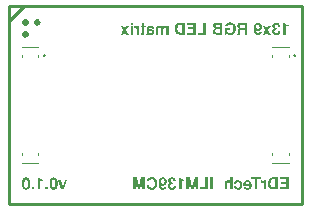
<source format=gbo>
G04 #@! TF.GenerationSoftware,KiCad,Pcbnew,9.0.1-9.0.1-0~ubuntu24.04.1*
G04 #@! TF.CreationDate,2025-05-10T10:51:42+02:00*
G04 #@! TF.ProjectId,ILM139C,494c4d31-3339-4432-9e6b-696361645f70,v0.1.0*
G04 #@! TF.SameCoordinates,Original*
G04 #@! TF.FileFunction,Legend,Bot*
G04 #@! TF.FilePolarity,Positive*
%FSLAX46Y46*%
G04 Gerber Fmt 4.6, Leading zero omitted, Abs format (unit mm)*
G04 Created by KiCad (PCBNEW 9.0.1-9.0.1-0~ubuntu24.04.1) date 2025-05-10 10:51:42*
%MOMM*%
%LPD*%
G01*
G04 APERTURE LIST*
%ADD10C,0.300000*%
%ADD11C,0.250000*%
%ADD12C,0.200000*%
%ADD13C,0.100000*%
G04 APERTURE END LIST*
D10*
X92150000Y-53000000D02*
G75*
G02*
X91850000Y-53000000I-150000J0D01*
G01*
X91850000Y-53000000D02*
G75*
G02*
X92150000Y-53000000I150000J0D01*
G01*
X93150000Y-53000000D02*
G75*
G02*
X92850000Y-53000000I-150000J0D01*
G01*
X92850000Y-53000000D02*
G75*
G02*
X93150000Y-53000000I150000J0D01*
G01*
D11*
X115400000Y-68400000D02*
X90600000Y-68400000D01*
X90600000Y-51600000D02*
X115400000Y-51600000D01*
X90600000Y-68400000D02*
X90600000Y-51600000D01*
X115400000Y-51600000D02*
X115400000Y-68400000D01*
X90600000Y-52900000D02*
X91900000Y-51600000D01*
D10*
X92150000Y-54000000D02*
G75*
G02*
X91850000Y-54000000I-150000J0D01*
G01*
X91850000Y-54000000D02*
G75*
G02*
X92150000Y-54000000I150000J0D01*
G01*
D12*
G36*
X107652991Y-66095041D02*
G01*
X107862979Y-66095041D01*
X107862979Y-67115000D01*
X107652991Y-67115000D01*
X107652991Y-66095041D01*
G37*
G36*
X107240343Y-66095041D02*
G01*
X107450331Y-66095041D01*
X107450331Y-67115000D01*
X106751735Y-67115000D01*
X106751735Y-66940061D01*
X107240343Y-66940061D01*
X107240343Y-66095041D01*
G37*
G36*
X106420725Y-66320355D02*
G01*
X106237360Y-67115000D01*
X106027311Y-67115000D01*
X105846754Y-66320355D01*
X105846754Y-67115000D01*
X105636766Y-67115000D01*
X105636766Y-66095041D01*
X105953122Y-66095041D01*
X106132335Y-66906538D01*
X106317105Y-66095041D01*
X106630713Y-66095041D01*
X106630713Y-67115000D01*
X106420725Y-67115000D01*
X106420725Y-66320355D01*
G37*
G36*
X105224423Y-66430448D02*
G01*
X105224423Y-67115000D01*
X105028418Y-67115000D01*
X105028418Y-66122458D01*
X105158600Y-66122458D01*
X105168434Y-66152265D01*
X105181593Y-66179375D01*
X105197379Y-66202900D01*
X105216222Y-66223908D01*
X105262857Y-66258233D01*
X105323568Y-66283038D01*
X105401646Y-66297459D01*
X105462377Y-66300266D01*
X105462377Y-66430448D01*
X105224423Y-66430448D01*
G37*
G36*
X104476124Y-66671332D02*
G01*
X104403500Y-66672554D01*
X104361330Y-66681102D01*
X104338412Y-66689415D01*
X104317801Y-66700944D01*
X104284092Y-66732882D01*
X104262026Y-66775121D01*
X104255976Y-66799501D01*
X104253589Y-66825612D01*
X104253558Y-66828991D01*
X104255471Y-66855245D01*
X104261046Y-66879585D01*
X104270046Y-66901804D01*
X104282222Y-66921650D01*
X104315149Y-66953335D01*
X104335405Y-66964701D01*
X104357855Y-66972773D01*
X104400531Y-66978285D01*
X104429705Y-66976336D01*
X104455761Y-66970514D01*
X104476978Y-66961756D01*
X104495513Y-66949768D01*
X104523656Y-66917558D01*
X104541920Y-66872251D01*
X104548909Y-66823435D01*
X104739357Y-66823435D01*
X104737129Y-66864727D01*
X104731123Y-66903657D01*
X104721712Y-66939309D01*
X104708906Y-66972497D01*
X104693137Y-67002578D01*
X104674297Y-67030088D01*
X104652709Y-67054706D01*
X104628303Y-67076609D01*
X104571302Y-67111954D01*
X104503216Y-67135470D01*
X104423821Y-67145894D01*
X104404744Y-67146263D01*
X104360095Y-67144330D01*
X104317955Y-67138617D01*
X104279237Y-67129480D01*
X104243185Y-67116958D01*
X104210602Y-67101539D01*
X104180817Y-67083106D01*
X104154406Y-67062178D01*
X104130923Y-67038558D01*
X104110684Y-67012645D01*
X104093534Y-66984305D01*
X104068959Y-66920813D01*
X104058012Y-66848211D01*
X104057553Y-66828991D01*
X104059524Y-66791020D01*
X104065501Y-66756017D01*
X104074594Y-66726367D01*
X104087220Y-66698938D01*
X104122001Y-66651633D01*
X104172181Y-66610324D01*
X104219914Y-66583405D01*
X104184236Y-66558619D01*
X104154612Y-66532776D01*
X104133550Y-66509073D01*
X104116785Y-66484019D01*
X104104795Y-66458955D01*
X104096369Y-66432253D01*
X104089732Y-66372745D01*
X104091665Y-66337753D01*
X104097380Y-66304763D01*
X104106564Y-66274380D01*
X104119161Y-66246133D01*
X104153872Y-66196709D01*
X104201061Y-66156628D01*
X104260824Y-66126620D01*
X104333379Y-66108108D01*
X104404744Y-66102857D01*
X104447639Y-66104792D01*
X104488242Y-66110519D01*
X104525534Y-66119680D01*
X104560230Y-66132251D01*
X104591283Y-66147639D01*
X104619511Y-66166049D01*
X104644058Y-66186736D01*
X104665600Y-66210092D01*
X104683592Y-66235417D01*
X104698393Y-66263121D01*
X104702904Y-66273644D01*
X104716773Y-66316667D01*
X104724232Y-66363174D01*
X104726717Y-66435516D01*
X104544757Y-66435516D01*
X104541152Y-66379733D01*
X104533071Y-66341416D01*
X104529308Y-66330858D01*
X104507102Y-66297680D01*
X104472750Y-66274017D01*
X104427309Y-66262005D01*
X104408958Y-66261065D01*
X104382800Y-66262999D01*
X104359518Y-66268720D01*
X104340389Y-66277420D01*
X104323974Y-66289246D01*
X104300139Y-66320860D01*
X104287424Y-66364412D01*
X104285737Y-66390881D01*
X104287693Y-66421227D01*
X104293566Y-66448080D01*
X104302254Y-66469361D01*
X104314158Y-66487820D01*
X104345923Y-66515325D01*
X104390916Y-66532992D01*
X104453960Y-66540139D01*
X104459333Y-66540174D01*
X104476124Y-66540174D01*
X104476124Y-66671332D01*
G37*
G36*
X103667873Y-66104787D02*
G01*
X103705408Y-66110479D01*
X103740788Y-66119737D01*
X103774062Y-66132434D01*
X103805036Y-66148394D01*
X103833647Y-66167494D01*
X103883322Y-66214628D01*
X103922092Y-66272962D01*
X103948754Y-66341667D01*
X103957131Y-66379707D01*
X103961928Y-66419828D01*
X103963092Y-66452613D01*
X103961164Y-66496580D01*
X103955481Y-66538286D01*
X103946306Y-66577178D01*
X103933750Y-66613498D01*
X103918221Y-66646588D01*
X103899700Y-66676845D01*
X103878740Y-66703635D01*
X103855165Y-66727371D01*
X103829586Y-66747567D01*
X103801741Y-66764510D01*
X103772149Y-66777900D01*
X103740598Y-66787825D01*
X103707386Y-66794117D01*
X103672478Y-66796693D01*
X103666276Y-66796751D01*
X103603683Y-66789382D01*
X103575059Y-66780433D01*
X103549923Y-66768452D01*
X103537438Y-66760359D01*
X103517110Y-66743652D01*
X103492696Y-66717696D01*
X103475918Y-66698782D01*
X103475889Y-66698749D01*
X103477848Y-66758850D01*
X103483750Y-66811618D01*
X103492203Y-66851939D01*
X103503740Y-66886726D01*
X103516598Y-66913036D01*
X103531926Y-66935056D01*
X103548193Y-66951531D01*
X103566571Y-66964447D01*
X103608478Y-66979496D01*
X103639654Y-66982192D01*
X103665920Y-66980276D01*
X103689481Y-66974680D01*
X103709402Y-66966016D01*
X103726365Y-66954349D01*
X103739734Y-66940422D01*
X103749943Y-66924068D01*
X103756738Y-66905699D01*
X103760063Y-66885316D01*
X103760065Y-66885289D01*
X103949048Y-66885289D01*
X103946232Y-66917651D01*
X103939726Y-66948582D01*
X103915967Y-67006257D01*
X103878559Y-67056888D01*
X103828451Y-67098603D01*
X103767071Y-67129243D01*
X103732758Y-67139743D01*
X103696423Y-67146711D01*
X103645271Y-67150170D01*
X103604123Y-67148224D01*
X103565290Y-67142415D01*
X103530148Y-67133216D01*
X103497258Y-67120519D01*
X103467376Y-67104789D01*
X103439737Y-67085803D01*
X103391619Y-67038493D01*
X103362499Y-66996175D01*
X103330242Y-66926142D01*
X103302765Y-66828600D01*
X103284642Y-66705884D01*
X103279884Y-66597998D01*
X103281845Y-66526578D01*
X103287753Y-66461089D01*
X103289132Y-66452613D01*
X103480041Y-66452613D01*
X103481962Y-66485419D01*
X103487592Y-66515619D01*
X103496464Y-66542317D01*
X103508488Y-66566078D01*
X103522936Y-66586039D01*
X103539992Y-66602840D01*
X103558878Y-66615925D01*
X103579913Y-66625654D01*
X103602632Y-66631783D01*
X103627151Y-66634279D01*
X103631288Y-66634330D01*
X103656277Y-66632398D01*
X103679267Y-66626694D01*
X103699597Y-66617654D01*
X103717808Y-66605295D01*
X103747506Y-66570999D01*
X103767817Y-66523097D01*
X103776694Y-66460402D01*
X103776857Y-66449804D01*
X103774930Y-66413786D01*
X103769260Y-66381009D01*
X103760514Y-66352983D01*
X103748653Y-66328335D01*
X103734709Y-66308330D01*
X103718230Y-66291705D01*
X103700218Y-66279134D01*
X103680105Y-66269969D01*
X103634691Y-66262471D01*
X103634097Y-66262470D01*
X103608052Y-66264400D01*
X103584079Y-66270096D01*
X103562843Y-66279120D01*
X103543783Y-66291446D01*
X103512592Y-66325503D01*
X103490905Y-66372744D01*
X103480541Y-66434189D01*
X103480041Y-66452613D01*
X103289132Y-66452613D01*
X103296604Y-66406673D01*
X103308793Y-66357313D01*
X103322869Y-66316701D01*
X103339778Y-66280411D01*
X103348455Y-66265279D01*
X103370098Y-66232558D01*
X103394087Y-66203407D01*
X103419685Y-66178420D01*
X103447324Y-66156922D01*
X103476520Y-66139158D01*
X103507514Y-66124874D01*
X103574596Y-66106893D01*
X103628480Y-66102857D01*
X103667873Y-66104787D01*
G37*
G36*
X102269818Y-66441317D02*
G01*
X102276107Y-66388139D01*
X102286460Y-66342015D01*
X102298226Y-66308846D01*
X102313578Y-66277784D01*
X102338389Y-66240427D01*
X102390682Y-66184173D01*
X102453708Y-66139170D01*
X102527104Y-66106020D01*
X102610520Y-66085697D01*
X102695411Y-66079410D01*
X102743043Y-66081349D01*
X102788526Y-66087108D01*
X102831014Y-66096393D01*
X102871288Y-66109190D01*
X102908802Y-66125187D01*
X102944022Y-66144446D01*
X102976721Y-66166766D01*
X103007014Y-66192158D01*
X103060311Y-66252110D01*
X103103571Y-66324481D01*
X103135987Y-66409661D01*
X103156316Y-66508023D01*
X103163014Y-66614241D01*
X103161076Y-66672379D01*
X103155325Y-66727694D01*
X103146112Y-66778923D01*
X103133437Y-66827254D01*
X103117817Y-66871523D01*
X103099067Y-66912845D01*
X103077810Y-66950274D01*
X103053721Y-66984714D01*
X103027412Y-67015515D01*
X102998525Y-67043274D01*
X102967515Y-67067638D01*
X102934129Y-67088872D01*
X102860724Y-67121560D01*
X102778160Y-67140934D01*
X102701028Y-67146263D01*
X102651315Y-67144327D01*
X102604030Y-67138591D01*
X102560109Y-67129372D01*
X102518757Y-67116700D01*
X102480805Y-67101014D01*
X102445544Y-67082199D01*
X102413602Y-67060740D01*
X102384471Y-67036440D01*
X102358533Y-67009712D01*
X102335544Y-66980384D01*
X102315672Y-66948670D01*
X102298925Y-66914552D01*
X102275124Y-66839118D01*
X102265604Y-66766282D01*
X102469975Y-66766282D01*
X102475748Y-66801577D01*
X102485036Y-66833786D01*
X102497085Y-66861548D01*
X102512167Y-66886338D01*
X102529568Y-66907417D01*
X102549660Y-66925567D01*
X102597165Y-66952605D01*
X102655498Y-66967424D01*
X102695411Y-66969919D01*
X102728733Y-66967979D01*
X102759995Y-66962217D01*
X102788328Y-66953042D01*
X102814609Y-66940419D01*
X102860466Y-66905472D01*
X102898152Y-66856965D01*
X102927251Y-66793492D01*
X102946299Y-66713262D01*
X102953026Y-66617049D01*
X102951090Y-66564332D01*
X102945353Y-66515316D01*
X102936391Y-66471956D01*
X102924132Y-66432239D01*
X102909467Y-66397888D01*
X102891975Y-66367060D01*
X102872695Y-66340994D01*
X102850978Y-66318333D01*
X102827720Y-66299737D01*
X102802313Y-66284495D01*
X102775184Y-66272818D01*
X102746084Y-66264571D01*
X102688389Y-66258623D01*
X102651627Y-66260585D01*
X102618326Y-66266503D01*
X102590909Y-66275385D01*
X102566226Y-66287630D01*
X102545146Y-66302496D01*
X102526438Y-66320493D01*
X102495652Y-66366509D01*
X102472757Y-66429735D01*
X102469975Y-66441317D01*
X102269818Y-66441317D01*
G37*
G36*
X101912002Y-66320355D02*
G01*
X101728637Y-67115000D01*
X101518588Y-67115000D01*
X101338031Y-66320355D01*
X101338031Y-67115000D01*
X101128043Y-67115000D01*
X101128043Y-66095041D01*
X101444399Y-66095041D01*
X101623612Y-66906538D01*
X101808382Y-66095041D01*
X102121990Y-66095041D01*
X102121990Y-67115000D01*
X101912002Y-67115000D01*
X101912002Y-66320355D01*
G37*
D13*
G36*
X114044660Y-53330448D02*
G01*
X114044660Y-54015000D01*
X113848655Y-54015000D01*
X113848655Y-53022458D01*
X113978837Y-53022458D01*
X113988671Y-53052265D01*
X114001830Y-53079375D01*
X114017616Y-53102900D01*
X114036459Y-53123908D01*
X114083094Y-53158233D01*
X114143805Y-53183038D01*
X114221883Y-53197459D01*
X114282614Y-53200266D01*
X114282614Y-53330448D01*
X114044660Y-53330448D01*
G37*
G36*
X113296361Y-53571332D02*
G01*
X113223737Y-53572554D01*
X113181567Y-53581102D01*
X113158648Y-53589415D01*
X113138037Y-53600944D01*
X113104329Y-53632882D01*
X113082263Y-53675121D01*
X113076213Y-53699501D01*
X113073825Y-53725612D01*
X113073795Y-53728991D01*
X113075708Y-53755245D01*
X113081283Y-53779585D01*
X113090283Y-53801804D01*
X113102459Y-53821650D01*
X113135386Y-53853335D01*
X113155642Y-53864701D01*
X113178092Y-53872773D01*
X113220768Y-53878285D01*
X113249941Y-53876336D01*
X113275998Y-53870514D01*
X113297215Y-53861756D01*
X113315749Y-53849768D01*
X113343893Y-53817558D01*
X113362157Y-53772251D01*
X113369146Y-53723435D01*
X113559594Y-53723435D01*
X113557366Y-53764727D01*
X113551359Y-53803657D01*
X113541949Y-53839309D01*
X113529143Y-53872497D01*
X113513373Y-53902578D01*
X113494534Y-53930088D01*
X113472946Y-53954706D01*
X113448540Y-53976609D01*
X113391539Y-54011954D01*
X113323453Y-54035470D01*
X113244058Y-54045894D01*
X113224981Y-54046263D01*
X113180332Y-54044330D01*
X113138192Y-54038617D01*
X113099474Y-54029480D01*
X113063422Y-54016958D01*
X113030839Y-54001539D01*
X113001054Y-53983106D01*
X112974643Y-53962178D01*
X112951160Y-53938558D01*
X112930921Y-53912645D01*
X112913771Y-53884305D01*
X112889196Y-53820813D01*
X112878249Y-53748211D01*
X112877790Y-53728991D01*
X112879761Y-53691020D01*
X112885738Y-53656017D01*
X112894831Y-53626367D01*
X112907457Y-53598938D01*
X112942238Y-53551633D01*
X112992418Y-53510324D01*
X113040150Y-53483405D01*
X113004473Y-53458619D01*
X112974849Y-53432776D01*
X112953787Y-53409073D01*
X112937022Y-53384019D01*
X112925032Y-53358955D01*
X112916606Y-53332253D01*
X112909969Y-53272745D01*
X112911902Y-53237753D01*
X112917617Y-53204763D01*
X112926800Y-53174380D01*
X112939398Y-53146133D01*
X112974109Y-53096709D01*
X113021298Y-53056628D01*
X113081061Y-53026620D01*
X113153616Y-53008108D01*
X113224981Y-53002857D01*
X113267876Y-53004792D01*
X113308479Y-53010519D01*
X113345771Y-53019680D01*
X113380467Y-53032251D01*
X113411519Y-53047639D01*
X113439748Y-53066049D01*
X113464295Y-53086736D01*
X113485837Y-53110092D01*
X113503828Y-53135417D01*
X113518630Y-53163121D01*
X113523141Y-53173644D01*
X113537009Y-53216667D01*
X113544469Y-53263174D01*
X113546954Y-53335516D01*
X113364993Y-53335516D01*
X113361389Y-53279733D01*
X113353307Y-53241416D01*
X113349545Y-53230858D01*
X113327339Y-53197680D01*
X113292987Y-53174017D01*
X113247546Y-53162005D01*
X113229194Y-53161065D01*
X113203037Y-53162999D01*
X113179755Y-53168720D01*
X113160626Y-53177420D01*
X113144211Y-53189246D01*
X113120376Y-53220860D01*
X113107661Y-53264412D01*
X113105974Y-53290881D01*
X113107930Y-53321227D01*
X113113803Y-53348080D01*
X113122491Y-53369361D01*
X113134394Y-53387820D01*
X113166160Y-53415325D01*
X113211153Y-53432992D01*
X113274197Y-53440139D01*
X113279570Y-53440174D01*
X113296361Y-53440174D01*
X113296361Y-53571332D01*
G37*
G36*
X112325496Y-53635141D02*
G01*
X112079116Y-53260778D01*
X112314322Y-53260778D01*
X112436077Y-53488473D01*
X112559297Y-53260778D01*
X112794503Y-53260778D01*
X112548123Y-53635141D01*
X112800121Y-54015000D01*
X112564915Y-54015000D01*
X112436077Y-53780343D01*
X112308704Y-54015000D01*
X112073498Y-54015000D01*
X112325496Y-53635141D01*
G37*
G36*
X111710441Y-53004787D02*
G01*
X111747975Y-53010479D01*
X111783356Y-53019737D01*
X111816629Y-53032434D01*
X111847604Y-53048394D01*
X111876215Y-53067494D01*
X111925890Y-53114628D01*
X111964660Y-53172962D01*
X111991322Y-53241667D01*
X111999699Y-53279707D01*
X112004495Y-53319828D01*
X112005660Y-53352613D01*
X112003732Y-53396580D01*
X111998049Y-53438286D01*
X111988874Y-53477178D01*
X111976317Y-53513498D01*
X111960789Y-53546588D01*
X111942268Y-53576845D01*
X111921307Y-53603635D01*
X111897733Y-53627371D01*
X111872153Y-53647567D01*
X111844309Y-53664510D01*
X111814717Y-53677900D01*
X111783165Y-53687825D01*
X111749954Y-53694117D01*
X111715046Y-53696693D01*
X111708844Y-53696751D01*
X111646251Y-53689382D01*
X111617627Y-53680433D01*
X111592490Y-53668452D01*
X111580006Y-53660359D01*
X111559678Y-53643652D01*
X111535264Y-53617696D01*
X111518486Y-53598782D01*
X111518456Y-53598749D01*
X111520416Y-53658850D01*
X111526318Y-53711618D01*
X111534770Y-53751939D01*
X111546307Y-53786726D01*
X111559165Y-53813036D01*
X111574493Y-53835056D01*
X111590761Y-53851531D01*
X111609138Y-53864447D01*
X111651046Y-53879496D01*
X111682221Y-53882192D01*
X111708487Y-53880276D01*
X111732049Y-53874680D01*
X111751969Y-53866016D01*
X111768932Y-53854349D01*
X111782301Y-53840422D01*
X111792511Y-53824068D01*
X111799305Y-53805699D01*
X111802631Y-53785316D01*
X111802633Y-53785289D01*
X111991616Y-53785289D01*
X111988800Y-53817651D01*
X111982294Y-53848582D01*
X111958534Y-53906257D01*
X111921127Y-53956888D01*
X111871019Y-53998603D01*
X111809638Y-54029243D01*
X111775326Y-54039743D01*
X111738991Y-54046711D01*
X111687839Y-54050170D01*
X111646690Y-54048224D01*
X111607857Y-54042415D01*
X111572716Y-54033216D01*
X111539826Y-54020519D01*
X111509943Y-54004789D01*
X111482305Y-53985803D01*
X111434186Y-53938493D01*
X111405067Y-53896175D01*
X111372810Y-53826142D01*
X111345333Y-53728600D01*
X111327210Y-53605884D01*
X111322452Y-53497998D01*
X111324412Y-53426578D01*
X111330321Y-53361089D01*
X111331700Y-53352613D01*
X111522609Y-53352613D01*
X111524530Y-53385419D01*
X111530160Y-53415619D01*
X111539031Y-53442317D01*
X111551056Y-53466078D01*
X111565504Y-53486039D01*
X111582560Y-53502840D01*
X111601446Y-53515925D01*
X111622481Y-53525654D01*
X111645200Y-53531783D01*
X111669719Y-53534279D01*
X111673856Y-53534330D01*
X111698845Y-53532398D01*
X111721834Y-53526694D01*
X111742164Y-53517654D01*
X111760376Y-53505295D01*
X111790074Y-53470999D01*
X111810385Y-53423097D01*
X111819262Y-53360402D01*
X111819425Y-53349804D01*
X111817498Y-53313786D01*
X111811828Y-53281009D01*
X111803082Y-53252983D01*
X111791221Y-53228335D01*
X111777277Y-53208330D01*
X111760798Y-53191705D01*
X111742786Y-53179134D01*
X111722673Y-53169969D01*
X111677259Y-53162471D01*
X111676665Y-53162470D01*
X111650619Y-53164400D01*
X111626647Y-53170096D01*
X111605410Y-53179120D01*
X111586350Y-53191446D01*
X111555160Y-53225503D01*
X111533472Y-53272744D01*
X111523108Y-53334189D01*
X111522609Y-53352613D01*
X111331700Y-53352613D01*
X111339171Y-53306673D01*
X111351361Y-53257313D01*
X111365437Y-53216701D01*
X111382346Y-53180411D01*
X111391023Y-53165279D01*
X111412665Y-53132558D01*
X111436654Y-53103407D01*
X111462253Y-53078420D01*
X111489891Y-53056922D01*
X111519088Y-53039158D01*
X111550082Y-53024874D01*
X111617164Y-53006893D01*
X111671047Y-53002857D01*
X111710441Y-53004787D01*
G37*
G36*
X110766311Y-54015000D02*
G01*
X110556323Y-54015000D01*
X110556323Y-53611632D01*
X110315560Y-53611632D01*
X110281749Y-53613613D01*
X110253331Y-53619660D01*
X110233593Y-53627947D01*
X110217387Y-53639276D01*
X110196446Y-53668371D01*
X110186265Y-53710375D01*
X110185318Y-53731678D01*
X110185318Y-53773504D01*
X110186722Y-53840488D01*
X110184219Y-53918971D01*
X110174510Y-53971367D01*
X110155948Y-54015000D01*
X109930512Y-54015000D01*
X109930512Y-53977264D01*
X109949873Y-53963920D01*
X109963410Y-53948100D01*
X109974077Y-53915385D01*
X109975330Y-53893550D01*
X109978929Y-53760913D01*
X109986491Y-53670039D01*
X109992997Y-53637001D01*
X110001979Y-53610489D01*
X110013934Y-53589198D01*
X110029356Y-53571823D01*
X110068527Y-53545681D01*
X110116747Y-53523461D01*
X110081651Y-53507655D01*
X110050550Y-53489182D01*
X110025113Y-53469493D01*
X110003161Y-53447421D01*
X109985307Y-53423879D01*
X109970688Y-53398078D01*
X109951148Y-53339583D01*
X109947389Y-53300528D01*
X110154543Y-53300528D01*
X110156498Y-53332449D01*
X110162365Y-53360709D01*
X110170846Y-53382240D01*
X110182412Y-53400020D01*
X110192340Y-53410010D01*
X110210189Y-53421948D01*
X110231453Y-53430048D01*
X110286583Y-53436437D01*
X110302921Y-53436632D01*
X110556323Y-53436632D01*
X110556323Y-53170041D01*
X110302921Y-53170041D01*
X110252547Y-53172383D01*
X110218218Y-53180962D01*
X110192340Y-53196725D01*
X110169445Y-53225963D01*
X110156727Y-53268330D01*
X110154543Y-53300528D01*
X109947389Y-53300528D01*
X109944556Y-53271097D01*
X109946485Y-53234391D01*
X109952175Y-53199040D01*
X109961497Y-53165347D01*
X109974297Y-53133731D01*
X109990107Y-53105051D01*
X110008987Y-53079059D01*
X110021553Y-53065078D01*
X110042913Y-53045852D01*
X110066678Y-53029787D01*
X110121519Y-53006994D01*
X110190018Y-52995927D01*
X110218962Y-52995041D01*
X110766311Y-52995041D01*
X110766311Y-54015000D01*
G37*
G36*
X108888388Y-53467896D02*
G01*
X109297190Y-53467896D01*
X109297190Y-53642896D01*
X109064793Y-53642896D01*
X109070611Y-53681368D01*
X109080307Y-53713811D01*
X109106824Y-53759950D01*
X109115168Y-53770207D01*
X109160413Y-53813003D01*
X109216503Y-53845077D01*
X109247555Y-53856154D01*
X109279761Y-53863481D01*
X109323751Y-53867110D01*
X109357213Y-53865181D01*
X109389206Y-53859494D01*
X109448473Y-53837345D01*
X109500923Y-53801344D01*
X109545498Y-53751859D01*
X109580629Y-53689295D01*
X109604365Y-53614460D01*
X109611331Y-53572746D01*
X109614667Y-53528758D01*
X109614950Y-53511310D01*
X109613012Y-53461350D01*
X109607263Y-53414709D01*
X109598246Y-53373179D01*
X109585892Y-53334947D01*
X109571007Y-53301532D01*
X109553214Y-53271355D01*
X109533408Y-53245462D01*
X109511042Y-53222756D01*
X109486823Y-53203767D01*
X109460294Y-53187985D01*
X109400936Y-53166471D01*
X109332241Y-53158634D01*
X109329369Y-53158623D01*
X109291982Y-53160569D01*
X109256811Y-53166377D01*
X109225269Y-53175541D01*
X109196019Y-53188178D01*
X109148751Y-53220233D01*
X109126728Y-53242044D01*
X109109163Y-53267426D01*
X109085798Y-53322388D01*
X108888388Y-53322388D01*
X108895137Y-53282181D01*
X108905464Y-53244081D01*
X108919127Y-53208462D01*
X108936084Y-53175084D01*
X108979370Y-53115453D01*
X109034865Y-53065466D01*
X109102404Y-53025772D01*
X109181895Y-52997445D01*
X109273081Y-52981915D01*
X109330773Y-52979410D01*
X109378232Y-52981345D01*
X109423897Y-52987073D01*
X109467466Y-52996427D01*
X109509051Y-53009314D01*
X109548468Y-53025581D01*
X109585702Y-53045141D01*
X109653282Y-53093749D01*
X109711104Y-53154495D01*
X109758305Y-53226833D01*
X109793834Y-53310213D01*
X109816484Y-53403989D01*
X109822587Y-53454633D01*
X109824968Y-53507355D01*
X109824999Y-53514118D01*
X109823068Y-53565693D01*
X109817370Y-53615513D01*
X109808000Y-53663611D01*
X109795114Y-53709623D01*
X109778842Y-53753424D01*
X109759334Y-53794816D01*
X109736807Y-53833525D01*
X109711348Y-53869524D01*
X109683305Y-53902433D01*
X109652648Y-53932362D01*
X109619862Y-53958899D01*
X109584785Y-53982215D01*
X109547998Y-54001946D01*
X109509232Y-54018240D01*
X109469093Y-54030827D01*
X109427271Y-54039774D01*
X109347565Y-54046263D01*
X109301837Y-54044283D01*
X109259401Y-54038240D01*
X109223424Y-54029085D01*
X109189723Y-54016323D01*
X109159313Y-54000572D01*
X109130615Y-53981286D01*
X109077021Y-53931044D01*
X109039575Y-53882498D01*
X109014357Y-54016892D01*
X108888388Y-54016892D01*
X108888388Y-53467896D01*
G37*
G36*
X108680599Y-54015000D02*
G01*
X108221422Y-54015000D01*
X108164508Y-54013010D01*
X108113780Y-54006899D01*
X108074320Y-53998110D01*
X108038566Y-53985930D01*
X108008214Y-53971413D01*
X107980348Y-53953723D01*
X107963807Y-53940811D01*
X107921327Y-53895229D01*
X107887784Y-53836853D01*
X107875787Y-53804362D01*
X107867605Y-53770809D01*
X107863057Y-53721481D01*
X107863813Y-53708963D01*
X108064618Y-53708963D01*
X108066567Y-53736127D01*
X108072389Y-53760195D01*
X108081106Y-53779526D01*
X108093026Y-53796217D01*
X108125243Y-53821026D01*
X108171270Y-53836045D01*
X108220018Y-53840061D01*
X108470611Y-53840061D01*
X108470611Y-53576461D01*
X108220018Y-53576461D01*
X108185130Y-53578413D01*
X108154578Y-53584257D01*
X108130994Y-53592756D01*
X108110936Y-53604338D01*
X108095551Y-53617782D01*
X108083233Y-53633846D01*
X108068004Y-53673258D01*
X108064618Y-53708963D01*
X107863813Y-53708963D01*
X107865024Y-53688906D01*
X107870979Y-53657788D01*
X107880459Y-53629379D01*
X107893716Y-53602178D01*
X107931820Y-53551189D01*
X107988409Y-53502489D01*
X108032439Y-53474307D01*
X107990861Y-53445352D01*
X107957269Y-53416461D01*
X107935187Y-53392115D01*
X107917987Y-53366938D01*
X107906246Y-53342693D01*
X107898212Y-53317100D01*
X107894723Y-53285080D01*
X108094050Y-53285080D01*
X108096000Y-53309916D01*
X108101833Y-53331804D01*
X108110561Y-53349249D01*
X108122506Y-53364201D01*
X108155348Y-53386314D01*
X108203580Y-53399092D01*
X108242427Y-53401461D01*
X108470611Y-53401461D01*
X108470611Y-53170041D01*
X108242427Y-53170041D01*
X108206961Y-53171989D01*
X108176264Y-53177807D01*
X108153049Y-53186179D01*
X108133639Y-53197543D01*
X108119219Y-53210555D01*
X108108033Y-53226034D01*
X108095535Y-53263617D01*
X108094050Y-53285080D01*
X107894723Y-53285080D01*
X107892427Y-53264014D01*
X107899987Y-53205664D01*
X107923020Y-53147023D01*
X107940259Y-53119029D01*
X107960867Y-53093028D01*
X107984812Y-53069291D01*
X108012416Y-53048152D01*
X108042020Y-53030758D01*
X108105435Y-53007579D01*
X108184119Y-52996241D01*
X108225635Y-52995041D01*
X108680599Y-52995041D01*
X108680599Y-54015000D01*
G37*
G36*
X107074397Y-52995041D02*
G01*
X107284385Y-52995041D01*
X107284385Y-54015000D01*
X106585789Y-54015000D01*
X106585789Y-53840061D01*
X107074397Y-53840061D01*
X107074397Y-52995041D01*
G37*
G36*
X106220951Y-53576461D02*
G01*
X105732343Y-53576461D01*
X105732343Y-53401461D01*
X106220951Y-53401461D01*
X106220951Y-53170041D01*
X105693142Y-53170041D01*
X105693142Y-52995041D01*
X106430939Y-52995041D01*
X106430939Y-54015000D01*
X105667985Y-54015000D01*
X105667985Y-53840061D01*
X106220951Y-53840061D01*
X106220951Y-53576461D01*
G37*
G36*
X105500740Y-54015000D02*
G01*
X105101769Y-54015000D01*
X105042413Y-54013022D01*
X104988797Y-54006997D01*
X104945724Y-53998156D01*
X104906537Y-53985926D01*
X104873340Y-53971435D01*
X104843009Y-53953851D01*
X104791108Y-53910272D01*
X104778331Y-53896053D01*
X104731416Y-53828045D01*
X104694366Y-53746680D01*
X104668697Y-53652172D01*
X104656146Y-53545338D01*
X104655204Y-53505753D01*
X104865159Y-53505753D01*
X104867114Y-53564124D01*
X104872983Y-53616861D01*
X104881704Y-53659859D01*
X104893659Y-53698237D01*
X104907456Y-53729349D01*
X104923974Y-53756598D01*
X104941925Y-53778630D01*
X104962272Y-53797282D01*
X105008705Y-53823896D01*
X105065139Y-53837914D01*
X105101769Y-53840061D01*
X105290752Y-53840061D01*
X105290752Y-53170041D01*
X105101769Y-53170041D01*
X105066744Y-53171997D01*
X105034537Y-53177872D01*
X105007066Y-53186881D01*
X104982034Y-53199310D01*
X104960177Y-53214563D01*
X104940589Y-53233022D01*
X104907969Y-53280035D01*
X104883650Y-53343400D01*
X104868738Y-53427670D01*
X104865159Y-53505753D01*
X104655204Y-53505753D01*
X104655171Y-53504349D01*
X104657113Y-53447221D01*
X104662886Y-53392197D01*
X104672220Y-53340371D01*
X104685112Y-53290990D01*
X104701048Y-53245364D01*
X104720233Y-53202452D01*
X104741903Y-53163568D01*
X104766512Y-53127597D01*
X104778331Y-53112644D01*
X104803145Y-53086455D01*
X104830285Y-53063800D01*
X104858556Y-53045413D01*
X104889452Y-53030039D01*
X104961025Y-53007762D01*
X105052449Y-52996315D01*
X105101769Y-52995041D01*
X105500740Y-52995041D01*
X105500740Y-54015000D01*
G37*
G36*
X104125531Y-53260778D02*
G01*
X104125531Y-54015000D01*
X103929526Y-54015000D01*
X103929526Y-53562479D01*
X103927597Y-53531356D01*
X103921907Y-53503554D01*
X103913263Y-53480556D01*
X103901550Y-53460695D01*
X103887609Y-53444743D01*
X103871087Y-53431828D01*
X103831045Y-53415524D01*
X103795131Y-53411781D01*
X103770566Y-53413700D01*
X103748813Y-53419319D01*
X103730912Y-53427911D01*
X103715926Y-53439486D01*
X103704358Y-53453371D01*
X103695857Y-53469723D01*
X103688702Y-53509966D01*
X103688702Y-54015000D01*
X103492698Y-54015000D01*
X103492698Y-53560464D01*
X103490768Y-53530329D01*
X103485079Y-53503197D01*
X103476362Y-53480436D01*
X103464534Y-53460667D01*
X103450411Y-53444680D01*
X103433660Y-53431698D01*
X103393220Y-53415377D01*
X103358303Y-53411781D01*
X103333759Y-53413700D01*
X103312021Y-53419319D01*
X103294128Y-53427913D01*
X103279147Y-53439490D01*
X103267583Y-53453379D01*
X103259084Y-53469736D01*
X103251935Y-53509966D01*
X103251935Y-54015000D01*
X103055930Y-54015000D01*
X103055930Y-53479131D01*
X103057867Y-53442819D01*
X103063608Y-53409237D01*
X103072587Y-53379698D01*
X103084875Y-53352845D01*
X103099870Y-53329449D01*
X103117809Y-53308742D01*
X103161730Y-53275960D01*
X103217140Y-53254437D01*
X103285189Y-53245318D01*
X103296754Y-53245146D01*
X103335348Y-53247130D01*
X103370746Y-53253201D01*
X103400244Y-53262329D01*
X103427741Y-53275058D01*
X103476738Y-53310795D01*
X103517916Y-53357192D01*
X103549114Y-53312782D01*
X103591892Y-53278584D01*
X103645706Y-53255580D01*
X103709814Y-53245449D01*
X103723751Y-53245146D01*
X103762764Y-53248569D01*
X103798089Y-53256342D01*
X103825595Y-53266677D01*
X103851706Y-53280864D01*
X103901327Y-53321596D01*
X103930930Y-53354628D01*
X103930930Y-53260778D01*
X104125531Y-53260778D01*
G37*
G36*
X102637347Y-53247101D02*
G01*
X102683864Y-53252969D01*
X102722774Y-53261825D01*
X102757994Y-53273999D01*
X102787571Y-53288373D01*
X102813949Y-53305650D01*
X102836268Y-53324968D01*
X102855658Y-53346967D01*
X102885560Y-53398711D01*
X102904364Y-53463170D01*
X102909812Y-53507035D01*
X102720829Y-53507035D01*
X102714765Y-53475192D01*
X102704809Y-53449985D01*
X102694392Y-53435220D01*
X102681009Y-53423569D01*
X102645742Y-53409074D01*
X102582221Y-53403354D01*
X102548704Y-53405308D01*
X102521045Y-53411170D01*
X102502265Y-53419154D01*
X102487655Y-53429919D01*
X102478129Y-53441885D01*
X102471928Y-53456070D01*
X102468832Y-53479009D01*
X102470735Y-53495482D01*
X102476242Y-53510362D01*
X102497235Y-53534453D01*
X102502415Y-53537871D01*
X102537784Y-53552037D01*
X102625635Y-53567302D01*
X102704037Y-53581285D01*
X102747056Y-53590516D01*
X102785395Y-53602960D01*
X102816212Y-53617101D01*
X102843200Y-53633965D01*
X102864986Y-53652226D01*
X102883456Y-53672923D01*
X102909982Y-53720351D01*
X102924249Y-53778550D01*
X102926665Y-53819422D01*
X102924737Y-53852905D01*
X102919059Y-53884294D01*
X102909958Y-53912993D01*
X102897524Y-53939340D01*
X102882113Y-53962906D01*
X102863742Y-53983865D01*
X102842655Y-54001990D01*
X102818920Y-54017226D01*
X102763797Y-54038496D01*
X102698904Y-54046257D01*
X102697015Y-54046263D01*
X102663110Y-54044302D01*
X102630096Y-54038390D01*
X102567901Y-54015224D01*
X102507906Y-53975852D01*
X102467427Y-53938490D01*
X102464879Y-53975807D01*
X102454861Y-54001478D01*
X102445018Y-54015000D01*
X102232221Y-54015000D01*
X102232221Y-53990270D01*
X102255266Y-53965219D01*
X102269390Y-53941457D01*
X102276959Y-53903313D01*
X102277040Y-53897885D01*
X102277040Y-53710307D01*
X102468832Y-53710307D01*
X102470770Y-53745266D01*
X102476521Y-53776692D01*
X102485217Y-53802663D01*
X102497058Y-53825379D01*
X102511050Y-53843748D01*
X102527712Y-53859053D01*
X102567815Y-53879850D01*
X102618647Y-53888047D01*
X102624231Y-53888115D01*
X102649705Y-53886197D01*
X102672134Y-53880585D01*
X102690320Y-53872081D01*
X102705380Y-53860649D01*
X102716666Y-53847161D01*
X102724745Y-53831324D01*
X102730660Y-53797074D01*
X102728646Y-53773330D01*
X102722364Y-53753131D01*
X102713523Y-53738636D01*
X102701200Y-53726173D01*
X102664300Y-53706127D01*
X102618614Y-53693515D01*
X102551447Y-53680875D01*
X102499125Y-53669526D01*
X102468832Y-53657123D01*
X102468832Y-53710307D01*
X102277040Y-53710307D01*
X102277040Y-53477604D01*
X102278991Y-53442617D01*
X102284833Y-53410454D01*
X102293825Y-53382884D01*
X102306204Y-53357808D01*
X102321390Y-53335928D01*
X102339721Y-53316394D01*
X102386148Y-53284183D01*
X102448116Y-53260774D01*
X102529536Y-53247376D01*
X102586435Y-53245146D01*
X102637347Y-53247101D01*
G37*
G36*
X101770663Y-53272501D02*
G01*
X101879901Y-53272501D01*
X101879901Y-53069535D01*
X102075845Y-53069535D01*
X102075845Y-53272501D01*
X102172504Y-53272501D01*
X102172504Y-53402744D01*
X102075845Y-53402744D01*
X102075845Y-53868454D01*
X102073888Y-53902916D01*
X102068004Y-53933644D01*
X102059294Y-53958209D01*
X102047348Y-53979740D01*
X102033095Y-53997281D01*
X102015937Y-54012132D01*
X101972716Y-54033837D01*
X101914026Y-54045109D01*
X101884053Y-54046263D01*
X101835728Y-54044127D01*
X101792971Y-54036990D01*
X101770663Y-54030875D01*
X101770663Y-53893672D01*
X101815482Y-53897885D01*
X101842657Y-53895616D01*
X101861307Y-53887549D01*
X101874535Y-53867052D01*
X101879779Y-53825887D01*
X101879901Y-53815148D01*
X101879901Y-53402744D01*
X101770663Y-53402744D01*
X101770663Y-53272501D01*
G37*
G36*
X101637856Y-53260778D02*
G01*
X101637856Y-54015000D01*
X101441851Y-54015000D01*
X101441851Y-53614197D01*
X101439898Y-53578818D01*
X101434036Y-53547484D01*
X101425407Y-53522703D01*
X101413607Y-53501181D01*
X101399659Y-53483950D01*
X101382923Y-53469563D01*
X101341206Y-53449324D01*
X101285025Y-53440106D01*
X101269660Y-53439747D01*
X101208050Y-53445364D01*
X101208050Y-53246550D01*
X101231864Y-53245146D01*
X101259703Y-53247082D01*
X101286560Y-53252818D01*
X101337025Y-53275440D01*
X101382588Y-53313050D01*
X101421887Y-53366148D01*
X101441851Y-53406163D01*
X101441851Y-53260778D01*
X101637856Y-53260778D01*
G37*
G36*
X100898900Y-53260778D02*
G01*
X101094904Y-53260778D01*
X101094904Y-54015000D01*
X100898900Y-54015000D01*
X100898900Y-53260778D01*
G37*
G36*
X100898900Y-52995041D02*
G01*
X101094904Y-52995041D01*
X101094904Y-53170041D01*
X100898900Y-53170041D01*
X100898900Y-52995041D01*
G37*
G36*
X100302886Y-53635141D02*
G01*
X100056506Y-53260778D01*
X100291712Y-53260778D01*
X100413467Y-53488473D01*
X100536687Y-53260778D01*
X100771893Y-53260778D01*
X100525513Y-53635141D01*
X100777511Y-54015000D01*
X100542305Y-54015000D01*
X100413467Y-53780343D01*
X100286094Y-54015000D01*
X100050888Y-54015000D01*
X100302886Y-53635141D01*
G37*
D12*
G36*
X114103366Y-66676461D02*
G01*
X113614758Y-66676461D01*
X113614758Y-66501461D01*
X114103366Y-66501461D01*
X114103366Y-66270041D01*
X113575557Y-66270041D01*
X113575557Y-66095041D01*
X114313354Y-66095041D01*
X114313354Y-67115000D01*
X113550400Y-67115000D01*
X113550400Y-66940061D01*
X114103366Y-66940061D01*
X114103366Y-66676461D01*
G37*
G36*
X113383155Y-67115000D02*
G01*
X112984184Y-67115000D01*
X112924827Y-67113022D01*
X112871211Y-67106997D01*
X112828139Y-67098156D01*
X112788951Y-67085926D01*
X112755755Y-67071435D01*
X112725423Y-67053851D01*
X112673522Y-67010272D01*
X112660745Y-66996053D01*
X112613831Y-66928045D01*
X112576781Y-66846680D01*
X112551112Y-66752172D01*
X112538561Y-66645338D01*
X112537619Y-66605753D01*
X112747574Y-66605753D01*
X112749529Y-66664124D01*
X112755398Y-66716861D01*
X112764119Y-66759859D01*
X112776074Y-66798237D01*
X112789870Y-66829349D01*
X112806389Y-66856598D01*
X112824340Y-66878630D01*
X112844687Y-66897282D01*
X112891119Y-66923896D01*
X112947553Y-66937914D01*
X112984184Y-66940061D01*
X113173167Y-66940061D01*
X113173167Y-66270041D01*
X112984184Y-66270041D01*
X112949159Y-66271997D01*
X112916952Y-66277872D01*
X112889480Y-66286881D01*
X112864448Y-66299310D01*
X112842592Y-66314563D01*
X112823003Y-66333022D01*
X112790383Y-66380035D01*
X112766064Y-66443400D01*
X112751153Y-66527670D01*
X112747574Y-66605753D01*
X112537619Y-66605753D01*
X112537586Y-66604349D01*
X112539527Y-66547221D01*
X112545300Y-66492197D01*
X112554635Y-66440371D01*
X112567526Y-66390990D01*
X112583462Y-66345364D01*
X112602647Y-66302452D01*
X112624318Y-66263568D01*
X112648926Y-66227597D01*
X112660745Y-66212644D01*
X112685559Y-66186455D01*
X112712700Y-66163800D01*
X112740970Y-66145413D01*
X112771866Y-66130039D01*
X112843440Y-66107762D01*
X112934863Y-66096315D01*
X112984184Y-66095041D01*
X113383155Y-66095041D01*
X113383155Y-67115000D01*
G37*
G36*
X112392567Y-66360778D02*
G01*
X112392567Y-67115000D01*
X112196562Y-67115000D01*
X112196562Y-66714197D01*
X112194608Y-66678818D01*
X112188746Y-66647484D01*
X112180118Y-66622703D01*
X112168317Y-66601181D01*
X112154370Y-66583950D01*
X112137633Y-66569563D01*
X112095916Y-66549324D01*
X112039735Y-66540106D01*
X112024371Y-66539747D01*
X111962760Y-66545364D01*
X111962760Y-66346550D01*
X111986574Y-66345146D01*
X112014414Y-66347082D01*
X112041271Y-66352818D01*
X112091735Y-66375440D01*
X112137298Y-66413050D01*
X112176598Y-66466148D01*
X112196562Y-66506163D01*
X112196562Y-66360778D01*
X112392567Y-66360778D01*
G37*
G36*
X111397582Y-66270041D02*
G01*
X111099423Y-66270041D01*
X111099423Y-66095041D01*
X111917026Y-66095041D01*
X111917026Y-66270041D01*
X111607570Y-66270041D01*
X111607570Y-67115000D01*
X111397582Y-67115000D01*
X111397582Y-66270041D01*
G37*
G36*
X110842459Y-66347084D02*
G01*
X110881178Y-66352835D01*
X110916847Y-66362049D01*
X110950293Y-66374726D01*
X110981035Y-66390537D01*
X111009473Y-66409545D01*
X111059107Y-66456763D01*
X111099125Y-66516537D01*
X111128812Y-66589455D01*
X111146811Y-66676188D01*
X111151569Y-66756512D01*
X111149632Y-66806057D01*
X111143889Y-66852724D01*
X111134774Y-66895154D01*
X111122265Y-66934659D01*
X111106973Y-66970089D01*
X111088659Y-67002570D01*
X111067985Y-67031296D01*
X111044601Y-67057040D01*
X111019021Y-67079375D01*
X110990968Y-67098651D01*
X110927956Y-67127611D01*
X110855253Y-67143480D01*
X110805782Y-67146263D01*
X110764445Y-67144332D01*
X110724639Y-67138632D01*
X110686505Y-67129283D01*
X110650327Y-67116431D01*
X110616434Y-67100281D01*
X110584899Y-67080929D01*
X110556177Y-67058728D01*
X110530179Y-67033654D01*
X110507379Y-67006207D01*
X110487628Y-66976221D01*
X110471322Y-66944278D01*
X110458359Y-66910113D01*
X110455782Y-66901653D01*
X110648978Y-66901653D01*
X110659904Y-66923929D01*
X110673817Y-66943482D01*
X110709477Y-66973672D01*
X110755041Y-66991709D01*
X110798760Y-66996481D01*
X110825665Y-66994552D01*
X110850572Y-66988868D01*
X110872859Y-66979818D01*
X110892944Y-66967462D01*
X110925822Y-66933557D01*
X110927598Y-66930963D01*
X110938407Y-66910555D01*
X110946196Y-66886097D01*
X110954754Y-66815787D01*
X110955564Y-66798461D01*
X110448760Y-66798461D01*
X110447356Y-66764877D01*
X110454156Y-66668279D01*
X110651787Y-66668279D01*
X110952755Y-66668279D01*
X110946423Y-66627702D01*
X110936741Y-66592625D01*
X110925357Y-66566119D01*
X110911322Y-66543855D01*
X110896151Y-66527176D01*
X110878743Y-66513994D01*
X110838456Y-66498280D01*
X110804378Y-66494989D01*
X110777692Y-66496934D01*
X110753398Y-66502730D01*
X110732672Y-66511700D01*
X110714168Y-66524015D01*
X110684236Y-66558084D01*
X110662852Y-66606827D01*
X110651787Y-66668279D01*
X110454156Y-66668279D01*
X110454694Y-66660644D01*
X110463614Y-66612440D01*
X110475518Y-66569248D01*
X110476787Y-66565453D01*
X110491534Y-66530777D01*
X110509365Y-66498713D01*
X110530077Y-66469424D01*
X110553542Y-66442952D01*
X110608142Y-66398862D01*
X110672106Y-66367268D01*
X110744398Y-66349174D01*
X110801569Y-66345146D01*
X110842459Y-66347084D01*
G37*
G36*
X109673900Y-66640680D02*
G01*
X109678928Y-66599891D01*
X109687578Y-66561762D01*
X109699358Y-66527346D01*
X109714368Y-66495620D01*
X109732085Y-66467271D01*
X109752715Y-66441662D01*
X109801801Y-66399366D01*
X109861539Y-66368666D01*
X109932342Y-66350205D01*
X110000086Y-66345146D01*
X110043882Y-66347089D01*
X110085074Y-66352871D01*
X110122259Y-66362014D01*
X110156918Y-66374599D01*
X110188188Y-66390102D01*
X110216965Y-66408753D01*
X110266360Y-66454696D01*
X110305683Y-66512748D01*
X110334712Y-66583967D01*
X110352367Y-66669795D01*
X110357108Y-66751322D01*
X110355167Y-66802665D01*
X110349395Y-66850804D01*
X110340320Y-66893927D01*
X110327853Y-66933934D01*
X110312721Y-66969412D01*
X110294573Y-67001864D01*
X110274147Y-67030384D01*
X110250996Y-67055928D01*
X110225620Y-67078090D01*
X110197715Y-67097250D01*
X110134477Y-67126338D01*
X110060417Y-67142838D01*
X110002895Y-67146263D01*
X109962190Y-67144329D01*
X109923553Y-67138607D01*
X109887664Y-67129390D01*
X109854047Y-67116733D01*
X109823232Y-67100984D01*
X109794886Y-67082107D01*
X109769335Y-67060403D01*
X109746463Y-67035839D01*
X109709285Y-66978619D01*
X109684178Y-66910809D01*
X109673900Y-66852194D01*
X109861539Y-66852194D01*
X109873297Y-66892185D01*
X109887599Y-66924562D01*
X109901209Y-66945305D01*
X109917000Y-66961680D01*
X109933454Y-66972968D01*
X109952095Y-66981007D01*
X109998338Y-66988072D01*
X110002895Y-66988115D01*
X110027598Y-66986179D01*
X110050435Y-66980442D01*
X110070805Y-66971309D01*
X110089277Y-66958774D01*
X110120650Y-66923316D01*
X110144345Y-66872310D01*
X110158475Y-66803273D01*
X110161103Y-66751322D01*
X110159191Y-66705279D01*
X110153621Y-66662041D01*
X110144751Y-66622832D01*
X110132786Y-66588017D01*
X110123306Y-66567834D01*
X110111566Y-66549902D01*
X110097052Y-66534795D01*
X110060265Y-66513229D01*
X110012573Y-66503655D01*
X110001490Y-66503354D01*
X109972195Y-66505362D01*
X109946877Y-66511599D01*
X109928373Y-66520370D01*
X109912220Y-66532562D01*
X109886647Y-66566951D01*
X109865987Y-66622483D01*
X109861539Y-66640680D01*
X109673900Y-66640680D01*
G37*
G36*
X109537124Y-66095041D02*
G01*
X109537124Y-67115000D01*
X109341119Y-67115000D01*
X109341119Y-66660464D01*
X109339204Y-66634752D01*
X109333620Y-66610837D01*
X109324574Y-66588891D01*
X109312317Y-66569215D01*
X109278982Y-66537504D01*
X109258360Y-66525988D01*
X109235459Y-66517720D01*
X109189932Y-66511781D01*
X109164622Y-66513734D01*
X109142056Y-66519592D01*
X109123604Y-66528463D01*
X109107382Y-66540655D01*
X109091930Y-66558065D01*
X109080014Y-66578312D01*
X109073101Y-66600387D01*
X109069521Y-66652098D01*
X109069521Y-67115000D01*
X108873577Y-67115000D01*
X108873577Y-66607158D01*
X108875537Y-66563861D01*
X108881444Y-66524648D01*
X108890268Y-66492486D01*
X108902412Y-66463585D01*
X108916857Y-66439376D01*
X108934276Y-66417948D01*
X108950574Y-66402604D01*
X108998601Y-66372052D01*
X109059399Y-66351567D01*
X109119957Y-66345146D01*
X109156619Y-66347119D01*
X109190685Y-66353111D01*
X109219935Y-66362297D01*
X109247225Y-66375085D01*
X109295213Y-66410671D01*
X109338174Y-66462500D01*
X109341119Y-66466962D01*
X109341119Y-66095041D01*
X109537124Y-66095041D01*
G37*
G36*
X95054221Y-67115000D02*
G01*
X94793797Y-66360778D01*
X95001037Y-66360778D01*
X95153628Y-66912461D01*
X95317393Y-66360778D01*
X95524633Y-66360778D01*
X95259996Y-67115000D01*
X95054221Y-67115000D01*
G37*
G36*
X94422114Y-66104799D02*
G01*
X94458395Y-66110575D01*
X94492501Y-66119940D01*
X94524832Y-66132882D01*
X94554920Y-66149137D01*
X94582974Y-66168755D01*
X94608741Y-66191568D01*
X94632196Y-66217582D01*
X94641939Y-66230291D01*
X94675412Y-66288323D01*
X94701240Y-66365848D01*
X94718741Y-66470348D01*
X94725920Y-66612590D01*
X94725959Y-66625293D01*
X94723991Y-66710609D01*
X94718032Y-66786849D01*
X94709408Y-66846630D01*
X94697564Y-66899611D01*
X94684241Y-66941212D01*
X94668271Y-66977578D01*
X94655922Y-66999289D01*
X94635401Y-67028821D01*
X94612333Y-67055201D01*
X94587065Y-67078200D01*
X94559567Y-67097969D01*
X94498377Y-67127583D01*
X94429223Y-67143581D01*
X94384324Y-67146263D01*
X94345589Y-67144316D01*
X94308694Y-67138507D01*
X94274668Y-67129201D01*
X94242527Y-67116328D01*
X94212765Y-67100192D01*
X94184975Y-67080671D01*
X94135480Y-67031504D01*
X94126770Y-67020294D01*
X94093415Y-66961191D01*
X94067237Y-66881573D01*
X94049554Y-66775295D01*
X94042751Y-66630849D01*
X94042844Y-66626697D01*
X94238756Y-66626697D01*
X94246000Y-66788347D01*
X94253779Y-66847096D01*
X94263873Y-66887506D01*
X94263913Y-66887609D01*
X94275562Y-66912643D01*
X94289846Y-66933823D01*
X94305510Y-66950064D01*
X94323282Y-66962723D01*
X94342350Y-66971456D01*
X94363201Y-66976670D01*
X94384324Y-66978285D01*
X94407763Y-66976341D01*
X94429273Y-66970553D01*
X94448048Y-66961439D01*
X94464928Y-66948896D01*
X94493061Y-66913244D01*
X94499118Y-66901531D01*
X94513477Y-66853032D01*
X94525853Y-66752297D01*
X94529954Y-66623888D01*
X94522721Y-66456244D01*
X94515003Y-66396298D01*
X94505009Y-66355336D01*
X94504736Y-66354610D01*
X94494004Y-66329790D01*
X94480533Y-66308568D01*
X94465298Y-66291797D01*
X94447906Y-66278543D01*
X94429098Y-66269146D01*
X94408560Y-66263290D01*
X94384324Y-66261065D01*
X94361945Y-66263005D01*
X94341084Y-66268763D01*
X94305220Y-66290748D01*
X94276509Y-66327002D01*
X94269530Y-66340628D01*
X94255494Y-66388461D01*
X94243118Y-66490001D01*
X94238756Y-66626697D01*
X94042844Y-66626697D01*
X94044718Y-66543115D01*
X94050675Y-66465230D01*
X94059253Y-66404704D01*
X94071021Y-66351220D01*
X94084289Y-66309159D01*
X94100190Y-66272343D01*
X94112726Y-66249891D01*
X94133254Y-66220350D01*
X94156329Y-66193958D01*
X94181605Y-66170948D01*
X94209112Y-66151169D01*
X94270310Y-66121541D01*
X94339456Y-66105538D01*
X94384324Y-66102857D01*
X94422114Y-66104799D01*
G37*
G36*
X93689270Y-66910629D02*
G01*
X93899258Y-66910629D01*
X93899258Y-67115000D01*
X93689270Y-67115000D01*
X93689270Y-66910629D01*
G37*
G36*
X93266852Y-66430448D02*
G01*
X93266852Y-67115000D01*
X93070847Y-67115000D01*
X93070847Y-66122458D01*
X93201029Y-66122458D01*
X93210863Y-66152265D01*
X93224022Y-66179375D01*
X93239808Y-66202900D01*
X93258651Y-66223908D01*
X93305286Y-66258233D01*
X93365997Y-66283038D01*
X93444075Y-66297459D01*
X93504806Y-66300266D01*
X93504806Y-66430448D01*
X93266852Y-66430448D01*
G37*
G36*
X92522766Y-66910629D02*
G01*
X92732754Y-66910629D01*
X92732754Y-67115000D01*
X92522766Y-67115000D01*
X92522766Y-66910629D01*
G37*
G36*
X92089106Y-66104799D02*
G01*
X92125388Y-66110575D01*
X92159493Y-66119940D01*
X92191825Y-66132882D01*
X92221913Y-66149137D01*
X92249966Y-66168755D01*
X92275734Y-66191568D01*
X92299188Y-66217582D01*
X92308932Y-66230291D01*
X92342404Y-66288323D01*
X92368232Y-66365848D01*
X92385733Y-66470348D01*
X92392912Y-66612590D01*
X92392951Y-66625293D01*
X92390983Y-66710609D01*
X92385024Y-66786849D01*
X92376400Y-66846630D01*
X92364557Y-66899611D01*
X92351233Y-66941212D01*
X92335263Y-66977578D01*
X92322915Y-66999289D01*
X92302393Y-67028821D01*
X92279326Y-67055201D01*
X92254058Y-67078200D01*
X92226559Y-67097969D01*
X92165369Y-67127583D01*
X92096215Y-67143581D01*
X92051317Y-67146263D01*
X92012581Y-67144316D01*
X91975686Y-67138507D01*
X91941660Y-67129201D01*
X91909520Y-67116328D01*
X91879757Y-67100192D01*
X91851967Y-67080671D01*
X91802473Y-67031504D01*
X91793763Y-67020294D01*
X91760407Y-66961191D01*
X91734229Y-66881573D01*
X91716546Y-66775295D01*
X91709743Y-66630849D01*
X91709836Y-66626697D01*
X91905748Y-66626697D01*
X91912992Y-66788347D01*
X91920771Y-66847096D01*
X91930866Y-66887506D01*
X91930905Y-66887609D01*
X91942554Y-66912643D01*
X91956838Y-66933823D01*
X91972503Y-66950064D01*
X91990274Y-66962723D01*
X92009342Y-66971456D01*
X92030193Y-66976670D01*
X92051317Y-66978285D01*
X92074755Y-66976341D01*
X92096265Y-66970553D01*
X92115040Y-66961439D01*
X92131921Y-66948896D01*
X92160053Y-66913244D01*
X92166111Y-66901531D01*
X92180469Y-66853032D01*
X92192845Y-66752297D01*
X92196946Y-66623888D01*
X92189714Y-66456244D01*
X92181996Y-66396298D01*
X92172001Y-66355336D01*
X92171728Y-66354610D01*
X92160996Y-66329790D01*
X92147525Y-66308568D01*
X92132290Y-66291797D01*
X92114898Y-66278543D01*
X92096090Y-66269146D01*
X92075552Y-66263290D01*
X92051317Y-66261065D01*
X92028937Y-66263005D01*
X92008077Y-66268763D01*
X91972212Y-66290748D01*
X91943502Y-66327002D01*
X91936522Y-66340628D01*
X91922486Y-66388461D01*
X91910110Y-66490001D01*
X91905748Y-66626697D01*
X91709836Y-66626697D01*
X91711711Y-66543115D01*
X91717668Y-66465230D01*
X91726246Y-66404704D01*
X91738014Y-66351220D01*
X91751281Y-66309159D01*
X91767182Y-66272343D01*
X91779719Y-66249891D01*
X91800246Y-66220350D01*
X91823322Y-66193958D01*
X91848597Y-66170948D01*
X91876104Y-66151169D01*
X91937302Y-66121541D01*
X92006448Y-66105538D01*
X92051317Y-66102857D01*
X92089106Y-66104799D01*
G37*
D13*
X91700000Y-55760000D02*
X91700000Y-55790000D01*
X91700000Y-55760000D02*
X91700000Y-55940000D01*
X91700000Y-64050000D02*
X91700000Y-64230000D01*
X91700000Y-64890000D02*
X93100000Y-64890000D01*
X93100000Y-55090000D02*
X91700000Y-55090000D01*
X93100000Y-55940000D02*
X93100000Y-55760000D01*
X93100000Y-64230000D02*
X93100000Y-64050000D01*
X93700000Y-55800000D02*
G75*
G02*
X93500000Y-55800000I-100000J0D01*
G01*
X93500000Y-55800000D02*
G75*
G02*
X93700000Y-55800000I100000J0D01*
G01*
X112900000Y-55760000D02*
X112900000Y-55790000D01*
X112900000Y-55760000D02*
X112900000Y-55940000D01*
X112900000Y-64050000D02*
X112900000Y-64230000D01*
X112900000Y-64890000D02*
X114300000Y-64890000D01*
X114300000Y-55090000D02*
X112900000Y-55090000D01*
X114300000Y-55940000D02*
X114300000Y-55760000D01*
X114300000Y-64230000D02*
X114300000Y-64050000D01*
X114900000Y-55800000D02*
G75*
G02*
X114700000Y-55800000I-100000J0D01*
G01*
X114700000Y-55800000D02*
G75*
G02*
X114900000Y-55800000I100000J0D01*
G01*
M02*

</source>
